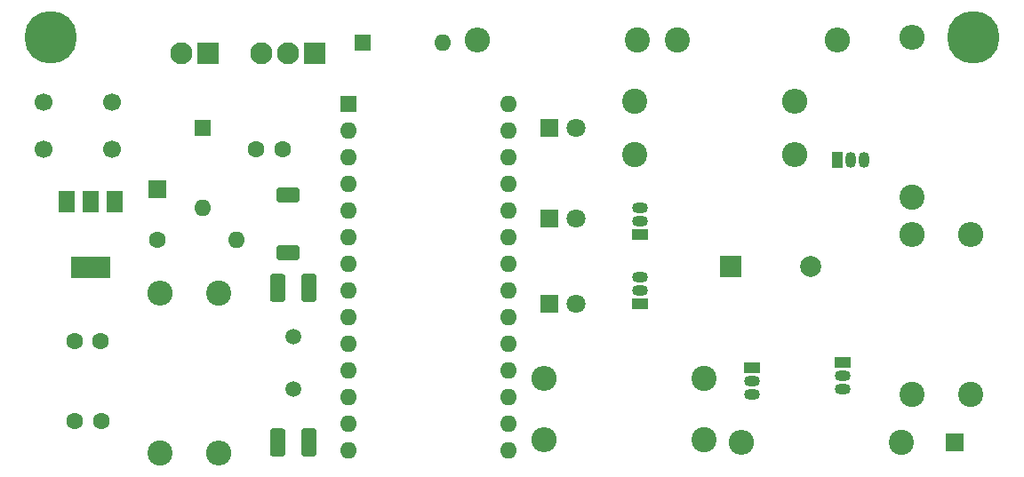
<source format=gts>
G04 #@! TF.GenerationSoftware,KiCad,Pcbnew,(5.1.5)-3*
G04 #@! TF.CreationDate,2020-05-14T22:33:26-07:00*
G04 #@! TF.ProjectId,circuit_pj,63697263-7569-4745-9f70-6a2e6b696361,rev?*
G04 #@! TF.SameCoordinates,Original*
G04 #@! TF.FileFunction,Soldermask,Top*
G04 #@! TF.FilePolarity,Negative*
%FSLAX46Y46*%
G04 Gerber Fmt 4.6, Leading zero omitted, Abs format (unit mm)*
G04 Created by KiCad (PCBNEW (5.1.5)-3) date 2020-05-14 22:33:26*
%MOMM*%
%LPD*%
G04 APERTURE LIST*
%ADD10C,1.500000*%
%ADD11O,1.600000X1.600000*%
%ADD12R,1.600000X1.600000*%
%ADD13R,1.700000X1.700000*%
%ADD14C,1.800000*%
%ADD15R,1.800000X1.800000*%
%ADD16C,2.000000*%
%ADD17R,2.000000X2.000000*%
%ADD18R,1.500000X2.000000*%
%ADD19R,3.800000X2.000000*%
%ADD20C,1.700000*%
%ADD21O,2.400000X2.400000*%
%ADD22C,2.400000*%
%ADD23C,0.100000*%
%ADD24C,2.100000*%
%ADD25R,2.100000X2.100000*%
%ADD26C,1.600000*%
%ADD27R,1.050000X1.500000*%
%ADD28O,1.050000X1.500000*%
%ADD29R,1.500000X1.050000*%
%ADD30O,1.500000X1.050000*%
%ADD31C,5.000000*%
G04 APERTURE END LIST*
D10*
X117348000Y-111332000D03*
X117348000Y-116332000D03*
D11*
X137864000Y-89138000D03*
X122624000Y-122158000D03*
X137864000Y-91678000D03*
X122624000Y-119618000D03*
X137864000Y-94218000D03*
X122624000Y-117078000D03*
X137864000Y-96758000D03*
X122624000Y-114538000D03*
X137864000Y-99298000D03*
X122624000Y-111998000D03*
X137864000Y-101838000D03*
X122624000Y-109458000D03*
X137864000Y-104378000D03*
X122624000Y-106918000D03*
X137864000Y-106918000D03*
X122624000Y-104378000D03*
X137864000Y-109458000D03*
X122624000Y-101838000D03*
X137864000Y-111998000D03*
X122624000Y-99298000D03*
X137864000Y-114538000D03*
X122624000Y-96758000D03*
X137864000Y-117078000D03*
X122624000Y-94218000D03*
X137864000Y-119618000D03*
X122624000Y-91678000D03*
X137864000Y-122158000D03*
D12*
X122624000Y-89138000D03*
D11*
X131572000Y-83312000D03*
D12*
X123952000Y-83312000D03*
D11*
X108712000Y-99060000D03*
D12*
X108712000Y-91440000D03*
D13*
X104394000Y-97282000D03*
X180340000Y-121412000D03*
D14*
X144272000Y-91440000D03*
D15*
X141732000Y-91440000D03*
D14*
X144272000Y-100076000D03*
D15*
X141732000Y-100076000D03*
D14*
X144272000Y-108204000D03*
D15*
X141732000Y-108204000D03*
D16*
X166604000Y-104648000D03*
D17*
X159004000Y-104648000D03*
D18*
X100344000Y-98450000D03*
X95744000Y-98450000D03*
X98044000Y-98450000D03*
D19*
X98044000Y-104750000D03*
D20*
X100076000Y-93472000D03*
X93576000Y-93472000D03*
X100076000Y-88972000D03*
X93576000Y-88972000D03*
D21*
X169164000Y-83058000D03*
D22*
X153924000Y-83058000D03*
D21*
X176276000Y-82804000D03*
D22*
X176276000Y-98044000D03*
D21*
X165100000Y-88900000D03*
D22*
X149860000Y-88900000D03*
D21*
X110236000Y-122428000D03*
D22*
X110236000Y-107188000D03*
D21*
X104648000Y-107188000D03*
D22*
X104648000Y-122428000D03*
D21*
X134874000Y-83058000D03*
D22*
X150114000Y-83058000D03*
D21*
X176276000Y-101600000D03*
D22*
X176276000Y-116840000D03*
D21*
X181864000Y-101600000D03*
D22*
X181864000Y-116840000D03*
D21*
X165100000Y-93980000D03*
D22*
X149860000Y-93980000D03*
D21*
X141224000Y-115316000D03*
D22*
X156464000Y-115316000D03*
D21*
X160020000Y-121412000D03*
D22*
X175260000Y-121412000D03*
X156464000Y-121158000D03*
D21*
X141224000Y-121158000D03*
D23*
G36*
X117601756Y-102585806D02*
G01*
X117638159Y-102591206D01*
X117673857Y-102600147D01*
X117708506Y-102612545D01*
X117741774Y-102628280D01*
X117773339Y-102647199D01*
X117802897Y-102669121D01*
X117830165Y-102693835D01*
X117854879Y-102721103D01*
X117876801Y-102750661D01*
X117895720Y-102782226D01*
X117911455Y-102815494D01*
X117923853Y-102850143D01*
X117932794Y-102885841D01*
X117938194Y-102922244D01*
X117940000Y-102959000D01*
X117940000Y-103709000D01*
X117938194Y-103745756D01*
X117932794Y-103782159D01*
X117923853Y-103817857D01*
X117911455Y-103852506D01*
X117895720Y-103885774D01*
X117876801Y-103917339D01*
X117854879Y-103946897D01*
X117830165Y-103974165D01*
X117802897Y-103998879D01*
X117773339Y-104020801D01*
X117741774Y-104039720D01*
X117708506Y-104055455D01*
X117673857Y-104067853D01*
X117638159Y-104076794D01*
X117601756Y-104082194D01*
X117565000Y-104084000D01*
X116115000Y-104084000D01*
X116078244Y-104082194D01*
X116041841Y-104076794D01*
X116006143Y-104067853D01*
X115971494Y-104055455D01*
X115938226Y-104039720D01*
X115906661Y-104020801D01*
X115877103Y-103998879D01*
X115849835Y-103974165D01*
X115825121Y-103946897D01*
X115803199Y-103917339D01*
X115784280Y-103885774D01*
X115768545Y-103852506D01*
X115756147Y-103817857D01*
X115747206Y-103782159D01*
X115741806Y-103745756D01*
X115740000Y-103709000D01*
X115740000Y-102959000D01*
X115741806Y-102922244D01*
X115747206Y-102885841D01*
X115756147Y-102850143D01*
X115768545Y-102815494D01*
X115784280Y-102782226D01*
X115803199Y-102750661D01*
X115825121Y-102721103D01*
X115849835Y-102693835D01*
X115877103Y-102669121D01*
X115906661Y-102647199D01*
X115938226Y-102628280D01*
X115971494Y-102612545D01*
X116006143Y-102600147D01*
X116041841Y-102591206D01*
X116078244Y-102585806D01*
X116115000Y-102584000D01*
X117565000Y-102584000D01*
X117601756Y-102585806D01*
G37*
G36*
X117601756Y-97085806D02*
G01*
X117638159Y-97091206D01*
X117673857Y-97100147D01*
X117708506Y-97112545D01*
X117741774Y-97128280D01*
X117773339Y-97147199D01*
X117802897Y-97169121D01*
X117830165Y-97193835D01*
X117854879Y-97221103D01*
X117876801Y-97250661D01*
X117895720Y-97282226D01*
X117911455Y-97315494D01*
X117923853Y-97350143D01*
X117932794Y-97385841D01*
X117938194Y-97422244D01*
X117940000Y-97459000D01*
X117940000Y-98209000D01*
X117938194Y-98245756D01*
X117932794Y-98282159D01*
X117923853Y-98317857D01*
X117911455Y-98352506D01*
X117895720Y-98385774D01*
X117876801Y-98417339D01*
X117854879Y-98446897D01*
X117830165Y-98474165D01*
X117802897Y-98498879D01*
X117773339Y-98520801D01*
X117741774Y-98539720D01*
X117708506Y-98555455D01*
X117673857Y-98567853D01*
X117638159Y-98576794D01*
X117601756Y-98582194D01*
X117565000Y-98584000D01*
X116115000Y-98584000D01*
X116078244Y-98582194D01*
X116041841Y-98576794D01*
X116006143Y-98567853D01*
X115971494Y-98555455D01*
X115938226Y-98539720D01*
X115906661Y-98520801D01*
X115877103Y-98498879D01*
X115849835Y-98474165D01*
X115825121Y-98446897D01*
X115803199Y-98417339D01*
X115784280Y-98385774D01*
X115768545Y-98352506D01*
X115756147Y-98317857D01*
X115747206Y-98282159D01*
X115741806Y-98245756D01*
X115740000Y-98209000D01*
X115740000Y-97459000D01*
X115741806Y-97422244D01*
X115747206Y-97385841D01*
X115756147Y-97350143D01*
X115768545Y-97315494D01*
X115784280Y-97282226D01*
X115803199Y-97250661D01*
X115825121Y-97221103D01*
X115849835Y-97193835D01*
X115877103Y-97169121D01*
X115906661Y-97147199D01*
X115938226Y-97128280D01*
X115971494Y-97112545D01*
X116006143Y-97100147D01*
X116041841Y-97091206D01*
X116078244Y-97085806D01*
X116115000Y-97084000D01*
X117565000Y-97084000D01*
X117601756Y-97085806D01*
G37*
D24*
X114300000Y-84328000D03*
X116840000Y-84328000D03*
D25*
X119380000Y-84328000D03*
D24*
X106680000Y-84328000D03*
D25*
X109220000Y-84328000D03*
D23*
G36*
X119322504Y-120088204D02*
G01*
X119346773Y-120091804D01*
X119370571Y-120097765D01*
X119393671Y-120106030D01*
X119415849Y-120116520D01*
X119436893Y-120129133D01*
X119456598Y-120143747D01*
X119474777Y-120160223D01*
X119491253Y-120178402D01*
X119505867Y-120198107D01*
X119518480Y-120219151D01*
X119528970Y-120241329D01*
X119537235Y-120264429D01*
X119543196Y-120288227D01*
X119546796Y-120312496D01*
X119548000Y-120337000D01*
X119548000Y-122487000D01*
X119546796Y-122511504D01*
X119543196Y-122535773D01*
X119537235Y-122559571D01*
X119528970Y-122582671D01*
X119518480Y-122604849D01*
X119505867Y-122625893D01*
X119491253Y-122645598D01*
X119474777Y-122663777D01*
X119456598Y-122680253D01*
X119436893Y-122694867D01*
X119415849Y-122707480D01*
X119393671Y-122717970D01*
X119370571Y-122726235D01*
X119346773Y-122732196D01*
X119322504Y-122735796D01*
X119298000Y-122737000D01*
X118373000Y-122737000D01*
X118348496Y-122735796D01*
X118324227Y-122732196D01*
X118300429Y-122726235D01*
X118277329Y-122717970D01*
X118255151Y-122707480D01*
X118234107Y-122694867D01*
X118214402Y-122680253D01*
X118196223Y-122663777D01*
X118179747Y-122645598D01*
X118165133Y-122625893D01*
X118152520Y-122604849D01*
X118142030Y-122582671D01*
X118133765Y-122559571D01*
X118127804Y-122535773D01*
X118124204Y-122511504D01*
X118123000Y-122487000D01*
X118123000Y-120337000D01*
X118124204Y-120312496D01*
X118127804Y-120288227D01*
X118133765Y-120264429D01*
X118142030Y-120241329D01*
X118152520Y-120219151D01*
X118165133Y-120198107D01*
X118179747Y-120178402D01*
X118196223Y-120160223D01*
X118214402Y-120143747D01*
X118234107Y-120129133D01*
X118255151Y-120116520D01*
X118277329Y-120106030D01*
X118300429Y-120097765D01*
X118324227Y-120091804D01*
X118348496Y-120088204D01*
X118373000Y-120087000D01*
X119298000Y-120087000D01*
X119322504Y-120088204D01*
G37*
G36*
X116347504Y-120088204D02*
G01*
X116371773Y-120091804D01*
X116395571Y-120097765D01*
X116418671Y-120106030D01*
X116440849Y-120116520D01*
X116461893Y-120129133D01*
X116481598Y-120143747D01*
X116499777Y-120160223D01*
X116516253Y-120178402D01*
X116530867Y-120198107D01*
X116543480Y-120219151D01*
X116553970Y-120241329D01*
X116562235Y-120264429D01*
X116568196Y-120288227D01*
X116571796Y-120312496D01*
X116573000Y-120337000D01*
X116573000Y-122487000D01*
X116571796Y-122511504D01*
X116568196Y-122535773D01*
X116562235Y-122559571D01*
X116553970Y-122582671D01*
X116543480Y-122604849D01*
X116530867Y-122625893D01*
X116516253Y-122645598D01*
X116499777Y-122663777D01*
X116481598Y-122680253D01*
X116461893Y-122694867D01*
X116440849Y-122707480D01*
X116418671Y-122717970D01*
X116395571Y-122726235D01*
X116371773Y-122732196D01*
X116347504Y-122735796D01*
X116323000Y-122737000D01*
X115398000Y-122737000D01*
X115373496Y-122735796D01*
X115349227Y-122732196D01*
X115325429Y-122726235D01*
X115302329Y-122717970D01*
X115280151Y-122707480D01*
X115259107Y-122694867D01*
X115239402Y-122680253D01*
X115221223Y-122663777D01*
X115204747Y-122645598D01*
X115190133Y-122625893D01*
X115177520Y-122604849D01*
X115167030Y-122582671D01*
X115158765Y-122559571D01*
X115152804Y-122535773D01*
X115149204Y-122511504D01*
X115148000Y-122487000D01*
X115148000Y-120337000D01*
X115149204Y-120312496D01*
X115152804Y-120288227D01*
X115158765Y-120264429D01*
X115167030Y-120241329D01*
X115177520Y-120219151D01*
X115190133Y-120198107D01*
X115204747Y-120178402D01*
X115221223Y-120160223D01*
X115239402Y-120143747D01*
X115259107Y-120129133D01*
X115280151Y-120116520D01*
X115302329Y-120106030D01*
X115325429Y-120097765D01*
X115349227Y-120091804D01*
X115373496Y-120088204D01*
X115398000Y-120087000D01*
X116323000Y-120087000D01*
X116347504Y-120088204D01*
G37*
G36*
X116347504Y-105356204D02*
G01*
X116371773Y-105359804D01*
X116395571Y-105365765D01*
X116418671Y-105374030D01*
X116440849Y-105384520D01*
X116461893Y-105397133D01*
X116481598Y-105411747D01*
X116499777Y-105428223D01*
X116516253Y-105446402D01*
X116530867Y-105466107D01*
X116543480Y-105487151D01*
X116553970Y-105509329D01*
X116562235Y-105532429D01*
X116568196Y-105556227D01*
X116571796Y-105580496D01*
X116573000Y-105605000D01*
X116573000Y-107755000D01*
X116571796Y-107779504D01*
X116568196Y-107803773D01*
X116562235Y-107827571D01*
X116553970Y-107850671D01*
X116543480Y-107872849D01*
X116530867Y-107893893D01*
X116516253Y-107913598D01*
X116499777Y-107931777D01*
X116481598Y-107948253D01*
X116461893Y-107962867D01*
X116440849Y-107975480D01*
X116418671Y-107985970D01*
X116395571Y-107994235D01*
X116371773Y-108000196D01*
X116347504Y-108003796D01*
X116323000Y-108005000D01*
X115398000Y-108005000D01*
X115373496Y-108003796D01*
X115349227Y-108000196D01*
X115325429Y-107994235D01*
X115302329Y-107985970D01*
X115280151Y-107975480D01*
X115259107Y-107962867D01*
X115239402Y-107948253D01*
X115221223Y-107931777D01*
X115204747Y-107913598D01*
X115190133Y-107893893D01*
X115177520Y-107872849D01*
X115167030Y-107850671D01*
X115158765Y-107827571D01*
X115152804Y-107803773D01*
X115149204Y-107779504D01*
X115148000Y-107755000D01*
X115148000Y-105605000D01*
X115149204Y-105580496D01*
X115152804Y-105556227D01*
X115158765Y-105532429D01*
X115167030Y-105509329D01*
X115177520Y-105487151D01*
X115190133Y-105466107D01*
X115204747Y-105446402D01*
X115221223Y-105428223D01*
X115239402Y-105411747D01*
X115259107Y-105397133D01*
X115280151Y-105384520D01*
X115302329Y-105374030D01*
X115325429Y-105365765D01*
X115349227Y-105359804D01*
X115373496Y-105356204D01*
X115398000Y-105355000D01*
X116323000Y-105355000D01*
X116347504Y-105356204D01*
G37*
G36*
X119322504Y-105356204D02*
G01*
X119346773Y-105359804D01*
X119370571Y-105365765D01*
X119393671Y-105374030D01*
X119415849Y-105384520D01*
X119436893Y-105397133D01*
X119456598Y-105411747D01*
X119474777Y-105428223D01*
X119491253Y-105446402D01*
X119505867Y-105466107D01*
X119518480Y-105487151D01*
X119528970Y-105509329D01*
X119537235Y-105532429D01*
X119543196Y-105556227D01*
X119546796Y-105580496D01*
X119548000Y-105605000D01*
X119548000Y-107755000D01*
X119546796Y-107779504D01*
X119543196Y-107803773D01*
X119537235Y-107827571D01*
X119528970Y-107850671D01*
X119518480Y-107872849D01*
X119505867Y-107893893D01*
X119491253Y-107913598D01*
X119474777Y-107931777D01*
X119456598Y-107948253D01*
X119436893Y-107962867D01*
X119415849Y-107975480D01*
X119393671Y-107985970D01*
X119370571Y-107994235D01*
X119346773Y-108000196D01*
X119322504Y-108003796D01*
X119298000Y-108005000D01*
X118373000Y-108005000D01*
X118348496Y-108003796D01*
X118324227Y-108000196D01*
X118300429Y-107994235D01*
X118277329Y-107985970D01*
X118255151Y-107975480D01*
X118234107Y-107962867D01*
X118214402Y-107948253D01*
X118196223Y-107931777D01*
X118179747Y-107913598D01*
X118165133Y-107893893D01*
X118152520Y-107872849D01*
X118142030Y-107850671D01*
X118133765Y-107827571D01*
X118127804Y-107803773D01*
X118124204Y-107779504D01*
X118123000Y-107755000D01*
X118123000Y-105605000D01*
X118124204Y-105580496D01*
X118127804Y-105556227D01*
X118133765Y-105532429D01*
X118142030Y-105509329D01*
X118152520Y-105487151D01*
X118165133Y-105466107D01*
X118179747Y-105446402D01*
X118196223Y-105428223D01*
X118214402Y-105411747D01*
X118234107Y-105397133D01*
X118255151Y-105384520D01*
X118277329Y-105374030D01*
X118300429Y-105365765D01*
X118324227Y-105359804D01*
X118348496Y-105356204D01*
X118373000Y-105355000D01*
X119298000Y-105355000D01*
X119322504Y-105356204D01*
G37*
D26*
X96560000Y-119380000D03*
X99060000Y-119380000D03*
X113832000Y-93472000D03*
X116332000Y-93472000D03*
X99020000Y-111760000D03*
X96520000Y-111760000D03*
D11*
X111894000Y-102108000D03*
D26*
X104394000Y-102108000D03*
D27*
X169164000Y-94488000D03*
D28*
X171704000Y-94488000D03*
X170434000Y-94488000D03*
D29*
X169672000Y-113792000D03*
D30*
X169672000Y-116332000D03*
X169672000Y-115062000D03*
D29*
X150368000Y-108204000D03*
D30*
X150368000Y-105664000D03*
X150368000Y-106934000D03*
D29*
X161036000Y-114300000D03*
D30*
X161036000Y-116840000D03*
X161036000Y-115570000D03*
D29*
X150368000Y-101600000D03*
D30*
X150368000Y-99060000D03*
X150368000Y-100330000D03*
D31*
X94234000Y-82804000D03*
X182118000Y-82804000D03*
M02*

</source>
